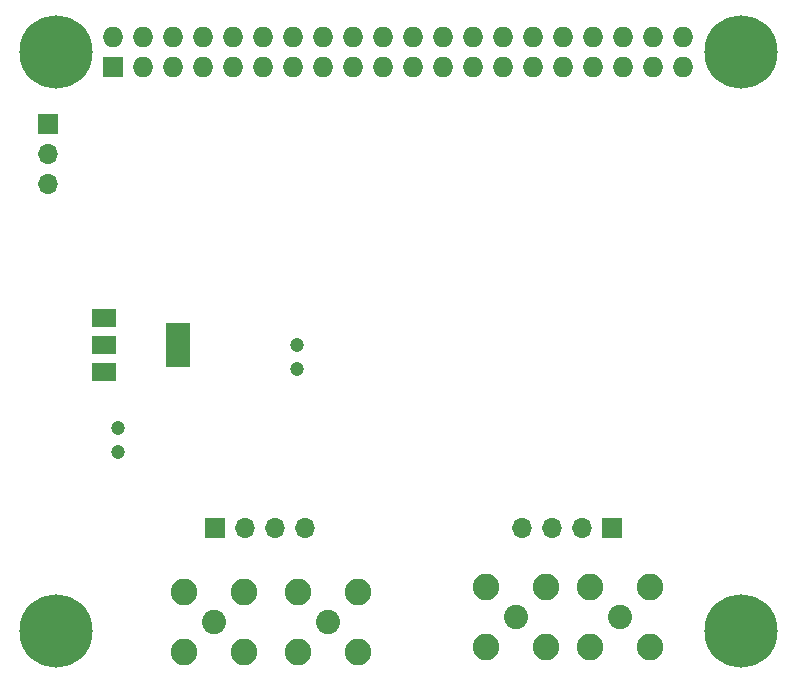
<source format=gbr>
%TF.GenerationSoftware,KiCad,Pcbnew,(6.0.7)*%
%TF.CreationDate,2022-08-28T16:53:58+02:00*%
%TF.ProjectId,RPi_Hat,5250695f-4861-4742-9e6b-696361645f70,rev?*%
%TF.SameCoordinates,Original*%
%TF.FileFunction,Soldermask,Bot*%
%TF.FilePolarity,Negative*%
%FSLAX46Y46*%
G04 Gerber Fmt 4.6, Leading zero omitted, Abs format (unit mm)*
G04 Created by KiCad (PCBNEW (6.0.7)) date 2022-08-28 16:53:58*
%MOMM*%
%LPD*%
G01*
G04 APERTURE LIST*
%ADD10C,6.200000*%
%ADD11R,1.727200X1.727200*%
%ADD12O,1.727200X1.727200*%
%ADD13R,1.700000X1.700000*%
%ADD14O,1.700000X1.700000*%
%ADD15C,1.200000*%
%ADD16C,2.050000*%
%ADD17C,2.250000*%
%ADD18R,2.000000X1.500000*%
%ADD19R,2.000000X3.800000*%
G04 APERTURE END LIST*
D10*
%TO.C,*%
X174671600Y-62257200D03*
%TD*%
%TO.C,*%
X116671600Y-62257200D03*
%TD*%
%TO.C,*%
X116671600Y-111257200D03*
%TD*%
%TO.C,*%
X174671600Y-111257200D03*
%TD*%
D11*
%TO.C,J6*%
X121541600Y-63527200D03*
D12*
X121541600Y-60987200D03*
X124081600Y-63527200D03*
X124081600Y-60987200D03*
X126621600Y-63527200D03*
X126621600Y-60987200D03*
X129161600Y-63527200D03*
X129161600Y-60987200D03*
X131701600Y-63527200D03*
X131701600Y-60987200D03*
X134241600Y-63527200D03*
X134241600Y-60987200D03*
X136781600Y-63527200D03*
X136781600Y-60987200D03*
X139321600Y-63527200D03*
X139321600Y-60987200D03*
X141861600Y-63527200D03*
X141861600Y-60987200D03*
X144401600Y-63527200D03*
X144401600Y-60987200D03*
X146941600Y-63527200D03*
X146941600Y-60987200D03*
X149481600Y-63527200D03*
X149481600Y-60987200D03*
X152021600Y-63527200D03*
X152021600Y-60987200D03*
X154561600Y-63527200D03*
X154561600Y-60987200D03*
X157101600Y-63527200D03*
X157101600Y-60987200D03*
X159641600Y-63527200D03*
X159641600Y-60987200D03*
X162181600Y-63527200D03*
X162181600Y-60987200D03*
X164721600Y-63527200D03*
X164721600Y-60987200D03*
X167261600Y-63527200D03*
X167261600Y-60987200D03*
X169801600Y-63527200D03*
X169801600Y-60987200D03*
%TD*%
D13*
%TO.C,J7*%
X130159600Y-102514400D03*
D14*
X132699600Y-102514400D03*
X135239600Y-102514400D03*
X137779600Y-102514400D03*
%TD*%
D13*
%TO.C,J5*%
X116027200Y-68341000D03*
D14*
X116027200Y-70881000D03*
X116027200Y-73421000D03*
%TD*%
D15*
%TO.C,C12*%
X137083800Y-87061800D03*
X137083800Y-89061800D03*
%TD*%
D13*
%TO.C,J8*%
X163769200Y-102489000D03*
D14*
X161229200Y-102489000D03*
X158689200Y-102489000D03*
X156149200Y-102489000D03*
%TD*%
D16*
%TO.C,J1*%
X139700000Y-110490000D03*
D17*
X142240000Y-107950000D03*
X137160000Y-107950000D03*
X142240000Y-113030000D03*
X137160000Y-113030000D03*
%TD*%
D16*
%TO.C,J3*%
X164439600Y-110083600D03*
D17*
X166979600Y-107543600D03*
X161899600Y-107543600D03*
X161899600Y-112623600D03*
X166979600Y-112623600D03*
%TD*%
D15*
%TO.C,C11*%
X121920000Y-94062800D03*
X121920000Y-96062800D03*
%TD*%
D16*
%TO.C,J2*%
X130098800Y-110490000D03*
D17*
X132638800Y-113030000D03*
X127558800Y-113030000D03*
X127558800Y-107950000D03*
X132638800Y-107950000D03*
%TD*%
D16*
%TO.C,J4*%
X155651200Y-110083600D03*
D17*
X153111200Y-107543600D03*
X153111200Y-112623600D03*
X158191200Y-112623600D03*
X158191200Y-107543600D03*
%TD*%
D18*
%TO.C,U2*%
X120751200Y-89320400D03*
D19*
X127051200Y-87020400D03*
D18*
X120751200Y-87020400D03*
X120751200Y-84720400D03*
%TD*%
M02*

</source>
